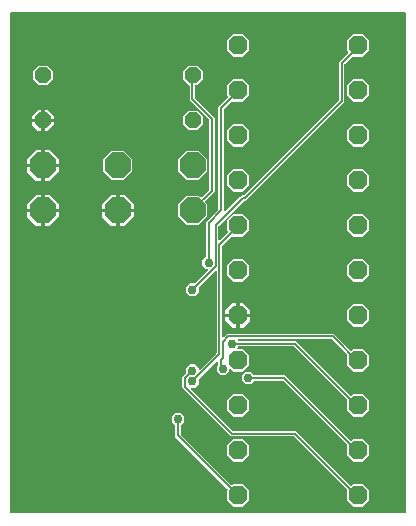
<source format=gbr>
G04 EAGLE Gerber X2 export*
%TF.Part,Single*%
%TF.FileFunction,Copper,L2,Bot,Mixed*%
%TF.FilePolarity,Positive*%
%TF.GenerationSoftware,Autodesk,EAGLE,8.6.0*%
%TF.CreationDate,2018-03-08T02:42:11Z*%
G75*
%MOMM*%
%FSLAX34Y34*%
%LPD*%
%AMOC8*
5,1,8,0,0,1.08239X$1,22.5*%
G01*
%ADD10P,2.336880X8X22.500000*%
%ADD11P,1.732040X8X22.500000*%
%ADD12P,1.429621X8X22.500000*%
%ADD13C,0.152400*%
%ADD14C,0.756400*%

G36*
X344698Y10164D02*
X344698Y10164D01*
X344717Y10162D01*
X344819Y10184D01*
X344921Y10200D01*
X344938Y10210D01*
X344958Y10214D01*
X345047Y10267D01*
X345138Y10316D01*
X345152Y10330D01*
X345169Y10340D01*
X345236Y10419D01*
X345308Y10494D01*
X345316Y10512D01*
X345329Y10527D01*
X345368Y10623D01*
X345411Y10717D01*
X345413Y10737D01*
X345421Y10755D01*
X345439Y10922D01*
X345439Y433578D01*
X345436Y433598D01*
X345438Y433617D01*
X345416Y433719D01*
X345400Y433821D01*
X345390Y433838D01*
X345386Y433858D01*
X345333Y433947D01*
X345284Y434038D01*
X345270Y434052D01*
X345260Y434069D01*
X345181Y434136D01*
X345106Y434208D01*
X345088Y434216D01*
X345073Y434229D01*
X344977Y434268D01*
X344883Y434311D01*
X344863Y434313D01*
X344845Y434321D01*
X344678Y434339D01*
X10922Y434339D01*
X10902Y434336D01*
X10883Y434338D01*
X10781Y434316D01*
X10679Y434300D01*
X10662Y434290D01*
X10642Y434286D01*
X10553Y434233D01*
X10462Y434184D01*
X10448Y434170D01*
X10431Y434160D01*
X10364Y434081D01*
X10292Y434006D01*
X10284Y433988D01*
X10271Y433973D01*
X10232Y433877D01*
X10189Y433783D01*
X10187Y433763D01*
X10179Y433745D01*
X10161Y433578D01*
X10161Y10922D01*
X10164Y10902D01*
X10162Y10883D01*
X10184Y10781D01*
X10200Y10679D01*
X10210Y10662D01*
X10214Y10642D01*
X10267Y10553D01*
X10316Y10462D01*
X10330Y10448D01*
X10340Y10431D01*
X10419Y10364D01*
X10494Y10292D01*
X10512Y10284D01*
X10527Y10271D01*
X10623Y10232D01*
X10717Y10189D01*
X10737Y10187D01*
X10755Y10179D01*
X10922Y10161D01*
X344678Y10161D01*
X344698Y10164D01*
G37*
%LPC*%
G36*
X300854Y15874D02*
X300854Y15874D01*
X295274Y21454D01*
X295274Y29346D01*
X295401Y29472D01*
X295413Y29489D01*
X295428Y29501D01*
X295484Y29588D01*
X295545Y29672D01*
X295550Y29691D01*
X295561Y29708D01*
X295587Y29808D01*
X295617Y29907D01*
X295616Y29927D01*
X295621Y29947D01*
X295613Y30050D01*
X295611Y30153D01*
X295604Y30172D01*
X295602Y30192D01*
X295562Y30287D01*
X295526Y30384D01*
X295514Y30400D01*
X295506Y30418D01*
X295401Y30549D01*
X250736Y75214D01*
X250662Y75267D01*
X250592Y75327D01*
X250562Y75339D01*
X250536Y75358D01*
X250449Y75385D01*
X250364Y75419D01*
X250323Y75423D01*
X250301Y75430D01*
X250269Y75429D01*
X250197Y75437D01*
X197173Y75437D01*
X156209Y116401D01*
X156209Y125915D01*
X157772Y127478D01*
X159062Y128768D01*
X159115Y128842D01*
X159175Y128912D01*
X159187Y128942D01*
X159206Y128968D01*
X159233Y129055D01*
X159267Y129140D01*
X159271Y129181D01*
X159278Y129203D01*
X159277Y129235D01*
X159285Y129306D01*
X159285Y133262D01*
X162394Y136371D01*
X166790Y136371D01*
X169899Y133262D01*
X169899Y132298D01*
X169910Y132228D01*
X169912Y132156D01*
X169930Y132107D01*
X169938Y132056D01*
X169972Y131992D01*
X169997Y131925D01*
X170029Y131884D01*
X170054Y131838D01*
X170106Y131789D01*
X170150Y131733D01*
X170194Y131705D01*
X170232Y131669D01*
X170297Y131639D01*
X170357Y131600D01*
X170408Y131587D01*
X170455Y131565D01*
X170526Y131557D01*
X170596Y131540D01*
X170648Y131544D01*
X170699Y131538D01*
X170770Y131553D01*
X170841Y131559D01*
X170889Y131579D01*
X170940Y131590D01*
X171001Y131627D01*
X171067Y131655D01*
X171123Y131700D01*
X171151Y131717D01*
X171166Y131734D01*
X171198Y131760D01*
X184942Y145504D01*
X184995Y145578D01*
X185055Y145648D01*
X185067Y145678D01*
X185086Y145704D01*
X185113Y145791D01*
X185147Y145876D01*
X185151Y145917D01*
X185158Y145939D01*
X185157Y145971D01*
X185165Y146043D01*
X185165Y215146D01*
X185154Y215216D01*
X185152Y215288D01*
X185134Y215337D01*
X185126Y215388D01*
X185092Y215452D01*
X185067Y215519D01*
X185035Y215560D01*
X185010Y215606D01*
X184958Y215655D01*
X184914Y215711D01*
X184870Y215739D01*
X184832Y215775D01*
X184767Y215805D01*
X184707Y215844D01*
X184656Y215857D01*
X184609Y215879D01*
X184538Y215887D01*
X184468Y215904D01*
X184416Y215900D01*
X184365Y215906D01*
X184294Y215891D01*
X184223Y215885D01*
X184175Y215865D01*
X184124Y215854D01*
X184063Y215817D01*
X183997Y215789D01*
X183941Y215744D01*
X183913Y215727D01*
X183898Y215710D01*
X183866Y215684D01*
X170122Y201940D01*
X170069Y201866D01*
X170009Y201796D01*
X169997Y201766D01*
X169978Y201740D01*
X169951Y201653D01*
X169917Y201568D01*
X169913Y201527D01*
X169906Y201505D01*
X169907Y201473D01*
X169899Y201401D01*
X169899Y197446D01*
X166790Y194337D01*
X162394Y194337D01*
X159285Y197446D01*
X159285Y201842D01*
X162394Y204951D01*
X166349Y204951D01*
X166440Y204965D01*
X166530Y204973D01*
X166560Y204985D01*
X166592Y204990D01*
X166673Y205033D01*
X166757Y205069D01*
X166789Y205095D01*
X166810Y205106D01*
X166832Y205129D01*
X166888Y205174D01*
X177612Y215898D01*
X177654Y215956D01*
X177703Y216008D01*
X177725Y216055D01*
X177755Y216097D01*
X177776Y216166D01*
X177807Y216231D01*
X177812Y216283D01*
X177828Y216333D01*
X177826Y216404D01*
X177834Y216475D01*
X177823Y216526D01*
X177821Y216578D01*
X177797Y216646D01*
X177782Y216716D01*
X177755Y216761D01*
X177737Y216809D01*
X177692Y216865D01*
X177655Y216927D01*
X177616Y216961D01*
X177583Y217001D01*
X177523Y217040D01*
X177468Y217087D01*
X177420Y217106D01*
X177376Y217134D01*
X177307Y217152D01*
X177240Y217179D01*
X177169Y217187D01*
X177138Y217195D01*
X177114Y217193D01*
X177074Y217197D01*
X176110Y217197D01*
X173001Y220306D01*
X173001Y224702D01*
X175798Y227499D01*
X175851Y227573D01*
X175911Y227643D01*
X175923Y227673D01*
X175942Y227699D01*
X175969Y227786D01*
X176003Y227871D01*
X176007Y227912D01*
X176014Y227934D01*
X176013Y227966D01*
X176021Y228037D01*
X176021Y256979D01*
X186466Y267424D01*
X186519Y267498D01*
X186579Y267568D01*
X186591Y267598D01*
X186610Y267624D01*
X186637Y267711D01*
X186671Y267796D01*
X186675Y267837D01*
X186682Y267859D01*
X186681Y267891D01*
X186689Y267963D01*
X186689Y354515D01*
X194563Y362389D01*
X194575Y362405D01*
X194590Y362418D01*
X194646Y362505D01*
X194707Y362589D01*
X194712Y362608D01*
X194723Y362625D01*
X194749Y362725D01*
X194779Y362824D01*
X194778Y362844D01*
X194783Y362863D01*
X194775Y362966D01*
X194773Y363070D01*
X194766Y363088D01*
X194764Y363108D01*
X194724Y363203D01*
X194688Y363301D01*
X194676Y363316D01*
X194668Y363335D01*
X194563Y363466D01*
X193674Y364354D01*
X193674Y372246D01*
X199254Y377826D01*
X207146Y377826D01*
X212726Y372246D01*
X212726Y364354D01*
X207146Y358774D01*
X199254Y358774D01*
X198874Y359155D01*
X198857Y359167D01*
X198845Y359182D01*
X198758Y359238D01*
X198674Y359299D01*
X198655Y359304D01*
X198638Y359315D01*
X198538Y359341D01*
X198439Y359371D01*
X198419Y359370D01*
X198399Y359375D01*
X198297Y359367D01*
X198193Y359365D01*
X198174Y359358D01*
X198154Y359356D01*
X198059Y359316D01*
X197962Y359280D01*
X197946Y359268D01*
X197928Y359260D01*
X197797Y359155D01*
X191486Y352844D01*
X191433Y352770D01*
X191373Y352700D01*
X191361Y352670D01*
X191342Y352644D01*
X191315Y352557D01*
X191281Y352472D01*
X191277Y352431D01*
X191270Y352409D01*
X191271Y352377D01*
X191263Y352305D01*
X191263Y266438D01*
X191274Y266368D01*
X191276Y266296D01*
X191294Y266247D01*
X191302Y266196D01*
X191336Y266132D01*
X191361Y266065D01*
X191393Y266024D01*
X191418Y265978D01*
X191470Y265929D01*
X191514Y265873D01*
X191558Y265845D01*
X191596Y265809D01*
X191661Y265779D01*
X191721Y265740D01*
X191772Y265727D01*
X191819Y265705D01*
X191890Y265697D01*
X191960Y265680D01*
X192012Y265684D01*
X192063Y265678D01*
X192134Y265693D01*
X192205Y265699D01*
X192253Y265719D01*
X192304Y265730D01*
X192365Y265767D01*
X192431Y265795D01*
X192487Y265840D01*
X192515Y265857D01*
X192530Y265874D01*
X192562Y265900D01*
X204754Y278092D01*
X206317Y279655D01*
X207525Y279655D01*
X207616Y279669D01*
X207706Y279677D01*
X207736Y279689D01*
X207768Y279694D01*
X207849Y279737D01*
X207933Y279773D01*
X207965Y279799D01*
X207986Y279810D01*
X208008Y279833D01*
X208064Y279878D01*
X288574Y360388D01*
X288627Y360462D01*
X288687Y360532D01*
X288699Y360562D01*
X288718Y360588D01*
X288745Y360675D01*
X288779Y360760D01*
X288783Y360801D01*
X288790Y360823D01*
X288789Y360855D01*
X288797Y360927D01*
X288797Y392615D01*
X296417Y400235D01*
X296429Y400251D01*
X296444Y400264D01*
X296500Y400351D01*
X296561Y400435D01*
X296566Y400454D01*
X296577Y400471D01*
X296603Y400571D01*
X296633Y400670D01*
X296632Y400690D01*
X296637Y400709D01*
X296629Y400812D01*
X296627Y400916D01*
X296620Y400934D01*
X296618Y400954D01*
X296578Y401049D01*
X296542Y401147D01*
X296530Y401162D01*
X296522Y401181D01*
X296417Y401312D01*
X295274Y402454D01*
X295274Y410346D01*
X300854Y415926D01*
X308746Y415926D01*
X314326Y410346D01*
X314326Y402454D01*
X308746Y396874D01*
X300854Y396874D01*
X300728Y397001D01*
X300711Y397013D01*
X300699Y397028D01*
X300612Y397084D01*
X300528Y397145D01*
X300509Y397150D01*
X300492Y397161D01*
X300392Y397187D01*
X300293Y397217D01*
X300273Y397216D01*
X300253Y397221D01*
X300150Y397213D01*
X300047Y397211D01*
X300028Y397204D01*
X300008Y397202D01*
X299913Y397162D01*
X299816Y397126D01*
X299800Y397114D01*
X299782Y397106D01*
X299651Y397001D01*
X293594Y390944D01*
X293541Y390870D01*
X293481Y390800D01*
X293469Y390770D01*
X293450Y390744D01*
X293423Y390657D01*
X293389Y390572D01*
X293385Y390531D01*
X293378Y390509D01*
X293379Y390477D01*
X293371Y390405D01*
X293371Y358717D01*
X209735Y275081D01*
X208527Y275081D01*
X208436Y275067D01*
X208346Y275059D01*
X208316Y275047D01*
X208284Y275042D01*
X208203Y274999D01*
X208119Y274963D01*
X208087Y274937D01*
X208066Y274926D01*
X208061Y274921D01*
X208043Y274902D01*
X207988Y274858D01*
X186914Y253784D01*
X186861Y253710D01*
X186801Y253640D01*
X186789Y253610D01*
X186770Y253584D01*
X186743Y253497D01*
X186709Y253412D01*
X186705Y253371D01*
X186698Y253349D01*
X186699Y253317D01*
X186691Y253245D01*
X186691Y242054D01*
X186702Y241984D01*
X186704Y241912D01*
X186722Y241863D01*
X186730Y241812D01*
X186764Y241748D01*
X186789Y241681D01*
X186821Y241640D01*
X186846Y241594D01*
X186898Y241545D01*
X186942Y241489D01*
X186986Y241461D01*
X187024Y241425D01*
X187089Y241395D01*
X187149Y241356D01*
X187200Y241343D01*
X187247Y241321D01*
X187318Y241313D01*
X187388Y241296D01*
X187440Y241300D01*
X187491Y241294D01*
X187562Y241309D01*
X187633Y241315D01*
X187681Y241335D01*
X187732Y241346D01*
X187793Y241383D01*
X187859Y241411D01*
X187915Y241456D01*
X187943Y241473D01*
X187958Y241490D01*
X187990Y241516D01*
X194563Y248089D01*
X194575Y248105D01*
X194590Y248118D01*
X194646Y248205D01*
X194707Y248289D01*
X194712Y248308D01*
X194723Y248325D01*
X194749Y248425D01*
X194779Y248524D01*
X194778Y248544D01*
X194783Y248563D01*
X194775Y248666D01*
X194773Y248770D01*
X194766Y248788D01*
X194764Y248808D01*
X194724Y248903D01*
X194688Y249001D01*
X194676Y249016D01*
X194668Y249035D01*
X194563Y249166D01*
X193674Y250054D01*
X193674Y257946D01*
X199254Y263526D01*
X207146Y263526D01*
X212726Y257946D01*
X212726Y250054D01*
X207146Y244474D01*
X199254Y244474D01*
X198874Y244855D01*
X198857Y244867D01*
X198845Y244882D01*
X198758Y244938D01*
X198674Y244999D01*
X198655Y245004D01*
X198638Y245015D01*
X198538Y245041D01*
X198439Y245071D01*
X198419Y245070D01*
X198399Y245075D01*
X198297Y245067D01*
X198193Y245065D01*
X198174Y245058D01*
X198154Y245056D01*
X198059Y245016D01*
X197962Y244980D01*
X197946Y244968D01*
X197928Y244960D01*
X197797Y244855D01*
X189962Y237020D01*
X189909Y236946D01*
X189849Y236876D01*
X189837Y236846D01*
X189818Y236820D01*
X189791Y236733D01*
X189757Y236648D01*
X189753Y236607D01*
X189746Y236585D01*
X189747Y236553D01*
X189739Y236481D01*
X189739Y159758D01*
X189750Y159688D01*
X189752Y159616D01*
X189770Y159567D01*
X189778Y159516D01*
X189812Y159452D01*
X189837Y159385D01*
X189869Y159344D01*
X189894Y159298D01*
X189946Y159249D01*
X189990Y159193D01*
X190034Y159165D01*
X190072Y159129D01*
X190137Y159099D01*
X190197Y159060D01*
X190248Y159047D01*
X190295Y159025D01*
X190366Y159017D01*
X190436Y159000D01*
X190488Y159004D01*
X190539Y158998D01*
X190610Y159013D01*
X190681Y159019D01*
X190729Y159039D01*
X190780Y159050D01*
X190841Y159087D01*
X190907Y159115D01*
X190963Y159160D01*
X190991Y159177D01*
X191006Y159194D01*
X191038Y159220D01*
X192562Y160744D01*
X194125Y162307D01*
X284411Y162307D01*
X298635Y148083D01*
X298651Y148071D01*
X298664Y148056D01*
X298751Y148000D01*
X298835Y147939D01*
X298854Y147934D01*
X298871Y147923D01*
X298971Y147897D01*
X299070Y147867D01*
X299090Y147868D01*
X299109Y147863D01*
X299212Y147871D01*
X299316Y147873D01*
X299334Y147880D01*
X299354Y147882D01*
X299449Y147922D01*
X299547Y147958D01*
X299562Y147970D01*
X299581Y147978D01*
X299712Y148083D01*
X300854Y149226D01*
X308746Y149226D01*
X314326Y143646D01*
X314326Y135754D01*
X308746Y130174D01*
X300854Y130174D01*
X295274Y135754D01*
X295274Y143646D01*
X295401Y143772D01*
X295413Y143789D01*
X295428Y143801D01*
X295484Y143888D01*
X295545Y143972D01*
X295550Y143991D01*
X295561Y144008D01*
X295587Y144108D01*
X295617Y144207D01*
X295616Y144227D01*
X295621Y144247D01*
X295613Y144350D01*
X295611Y144453D01*
X295604Y144472D01*
X295602Y144492D01*
X295562Y144587D01*
X295526Y144684D01*
X295514Y144700D01*
X295506Y144718D01*
X295401Y144849D01*
X282740Y157510D01*
X282666Y157563D01*
X282596Y157623D01*
X282566Y157635D01*
X282540Y157654D01*
X282453Y157681D01*
X282368Y157715D01*
X282327Y157719D01*
X282305Y157726D01*
X282273Y157725D01*
X282201Y157733D01*
X203653Y157733D01*
X203584Y157722D01*
X203513Y157720D01*
X203463Y157702D01*
X203411Y157694D01*
X203348Y157661D01*
X203282Y157636D01*
X203240Y157603D01*
X203193Y157578D01*
X203145Y157527D01*
X203089Y157483D01*
X203060Y157439D01*
X203024Y157400D01*
X202994Y157336D01*
X202956Y157277D01*
X202943Y157225D01*
X202920Y157177D01*
X202912Y157107D01*
X202895Y157038D01*
X202899Y156985D01*
X202893Y156933D01*
X202908Y156863D01*
X202913Y156793D01*
X202934Y156744D01*
X202945Y156692D01*
X202982Y156632D01*
X203009Y156566D01*
X203044Y156527D01*
X203072Y156481D01*
X203125Y156435D01*
X203172Y156382D01*
X203234Y156342D01*
X203259Y156321D01*
X203280Y156313D01*
X203313Y156291D01*
X203401Y156264D01*
X203487Y156229D01*
X203526Y156225D01*
X203548Y156218D01*
X203580Y156219D01*
X203653Y156211D01*
X252407Y156211D01*
X298635Y109983D01*
X298651Y109971D01*
X298664Y109956D01*
X298751Y109900D01*
X298835Y109839D01*
X298854Y109834D01*
X298870Y109823D01*
X298971Y109797D01*
X299070Y109767D01*
X299090Y109768D01*
X299109Y109763D01*
X299212Y109771D01*
X299316Y109773D01*
X299334Y109780D01*
X299354Y109782D01*
X299449Y109822D01*
X299547Y109858D01*
X299562Y109870D01*
X299581Y109878D01*
X299712Y109983D01*
X300854Y111126D01*
X308746Y111126D01*
X314326Y105546D01*
X314326Y97654D01*
X308746Y92074D01*
X300854Y92074D01*
X295274Y97654D01*
X295274Y105546D01*
X295401Y105672D01*
X295413Y105689D01*
X295428Y105701D01*
X295484Y105788D01*
X295545Y105872D01*
X295550Y105891D01*
X295561Y105908D01*
X295587Y106009D01*
X295617Y106107D01*
X295616Y106127D01*
X295621Y106147D01*
X295613Y106250D01*
X295611Y106353D01*
X295604Y106372D01*
X295602Y106392D01*
X295562Y106487D01*
X295526Y106584D01*
X295514Y106600D01*
X295506Y106618D01*
X295401Y106749D01*
X250736Y151414D01*
X250662Y151467D01*
X250592Y151527D01*
X250562Y151539D01*
X250536Y151558D01*
X250449Y151585D01*
X250364Y151619D01*
X250323Y151623D01*
X250301Y151630D01*
X250269Y151629D01*
X250197Y151637D01*
X203653Y151637D01*
X203564Y151623D01*
X203472Y151615D01*
X203443Y151603D01*
X203411Y151598D01*
X203330Y151555D01*
X203246Y151519D01*
X203214Y151493D01*
X203193Y151482D01*
X203171Y151459D01*
X203115Y151414D01*
X202226Y150525D01*
X202184Y150467D01*
X202135Y150415D01*
X202113Y150368D01*
X202083Y150326D01*
X202061Y150257D01*
X202031Y150192D01*
X202026Y150140D01*
X202010Y150090D01*
X202012Y150019D01*
X202004Y149948D01*
X202015Y149897D01*
X202017Y149845D01*
X202041Y149777D01*
X202056Y149707D01*
X202083Y149662D01*
X202101Y149614D01*
X202146Y149558D01*
X202183Y149496D01*
X202222Y149462D01*
X202255Y149422D01*
X202315Y149383D01*
X202370Y149336D01*
X202418Y149317D01*
X202462Y149289D01*
X202531Y149271D01*
X202598Y149244D01*
X202669Y149236D01*
X202700Y149228D01*
X202723Y149230D01*
X202764Y149226D01*
X207146Y149226D01*
X212726Y143646D01*
X212726Y135754D01*
X207146Y130174D01*
X199254Y130174D01*
X197106Y132322D01*
X197048Y132364D01*
X196996Y132414D01*
X196949Y132435D01*
X196907Y132466D01*
X196838Y132487D01*
X196773Y132517D01*
X196721Y132523D01*
X196671Y132538D01*
X196600Y132536D01*
X196529Y132544D01*
X196478Y132533D01*
X196426Y132532D01*
X196358Y132507D01*
X196288Y132492D01*
X196243Y132465D01*
X196195Y132447D01*
X196139Y132403D01*
X196077Y132366D01*
X196043Y132326D01*
X196003Y132294D01*
X195964Y132233D01*
X195917Y132179D01*
X195898Y132131D01*
X195870Y132087D01*
X195852Y132017D01*
X195825Y131951D01*
X195817Y131879D01*
X195809Y131848D01*
X195811Y131825D01*
X195807Y131784D01*
X195807Y130390D01*
X192698Y127281D01*
X188302Y127281D01*
X185193Y130390D01*
X185193Y134786D01*
X186466Y136059D01*
X186519Y136133D01*
X186579Y136203D01*
X186591Y136233D01*
X186610Y136259D01*
X186637Y136346D01*
X186671Y136431D01*
X186675Y136472D01*
X186682Y136494D01*
X186681Y136526D01*
X186689Y136597D01*
X186689Y138946D01*
X186678Y139016D01*
X186676Y139088D01*
X186658Y139137D01*
X186650Y139188D01*
X186616Y139252D01*
X186591Y139319D01*
X186559Y139360D01*
X186534Y139406D01*
X186482Y139455D01*
X186438Y139511D01*
X186394Y139539D01*
X186356Y139575D01*
X186291Y139605D01*
X186231Y139644D01*
X186180Y139657D01*
X186133Y139679D01*
X186062Y139687D01*
X185992Y139704D01*
X185940Y139700D01*
X185889Y139706D01*
X185818Y139691D01*
X185747Y139685D01*
X185699Y139665D01*
X185648Y139654D01*
X185587Y139617D01*
X185521Y139589D01*
X185465Y139544D01*
X185437Y139527D01*
X185422Y139510D01*
X185390Y139484D01*
X170122Y124216D01*
X170069Y124142D01*
X170009Y124072D01*
X169997Y124042D01*
X169978Y124016D01*
X169951Y123929D01*
X169917Y123844D01*
X169913Y123803D01*
X169906Y123781D01*
X169907Y123749D01*
X169899Y123677D01*
X169899Y119722D01*
X166790Y116613D01*
X164302Y116613D01*
X164232Y116602D01*
X164160Y116600D01*
X164111Y116582D01*
X164060Y116574D01*
X163996Y116540D01*
X163929Y116515D01*
X163888Y116483D01*
X163842Y116458D01*
X163793Y116406D01*
X163737Y116362D01*
X163709Y116318D01*
X163673Y116280D01*
X163643Y116215D01*
X163604Y116155D01*
X163591Y116104D01*
X163569Y116057D01*
X163561Y115986D01*
X163544Y115916D01*
X163548Y115864D01*
X163542Y115813D01*
X163557Y115742D01*
X163563Y115671D01*
X163583Y115623D01*
X163594Y115572D01*
X163631Y115511D01*
X163659Y115445D01*
X163704Y115389D01*
X163721Y115361D01*
X163738Y115346D01*
X163764Y115314D01*
X198844Y80234D01*
X198918Y80181D01*
X198988Y80121D01*
X199018Y80109D01*
X199044Y80090D01*
X199131Y80063D01*
X199216Y80029D01*
X199257Y80025D01*
X199279Y80018D01*
X199311Y80019D01*
X199383Y80011D01*
X252407Y80011D01*
X298635Y33783D01*
X298651Y33771D01*
X298664Y33756D01*
X298751Y33700D01*
X298835Y33639D01*
X298854Y33634D01*
X298871Y33623D01*
X298971Y33597D01*
X299070Y33567D01*
X299090Y33568D01*
X299109Y33563D01*
X299212Y33571D01*
X299316Y33573D01*
X299334Y33580D01*
X299354Y33582D01*
X299449Y33622D01*
X299547Y33658D01*
X299562Y33670D01*
X299581Y33678D01*
X299712Y33783D01*
X300854Y34926D01*
X308746Y34926D01*
X314326Y29346D01*
X314326Y21454D01*
X308746Y15874D01*
X300854Y15874D01*
G37*
%LPD*%
%LPC*%
G36*
X159997Y254380D02*
X159997Y254380D01*
X152780Y261597D01*
X152780Y271803D01*
X159997Y279020D01*
X170203Y279020D01*
X171402Y277821D01*
X171418Y277809D01*
X171431Y277793D01*
X171518Y277737D01*
X171602Y277677D01*
X171621Y277671D01*
X171638Y277660D01*
X171738Y277635D01*
X171837Y277605D01*
X171857Y277605D01*
X171876Y277600D01*
X171979Y277608D01*
X172083Y277611D01*
X172102Y277618D01*
X172121Y277619D01*
X172216Y277660D01*
X172314Y277696D01*
X172330Y277708D01*
X172348Y277716D01*
X172479Y277821D01*
X178846Y284188D01*
X178899Y284262D01*
X178959Y284332D01*
X178971Y284362D01*
X178990Y284388D01*
X179017Y284475D01*
X179051Y284560D01*
X179055Y284601D01*
X179062Y284623D01*
X179061Y284655D01*
X179069Y284727D01*
X179069Y343161D01*
X179055Y343252D01*
X179047Y343342D01*
X179035Y343372D01*
X179030Y343404D01*
X178987Y343485D01*
X178951Y343569D01*
X178925Y343601D01*
X178914Y343622D01*
X178891Y343644D01*
X178846Y343700D01*
X162305Y360241D01*
X162305Y372110D01*
X162302Y372130D01*
X162304Y372149D01*
X162282Y372251D01*
X162266Y372353D01*
X162256Y372370D01*
X162252Y372390D01*
X162199Y372479D01*
X162150Y372570D01*
X162136Y372584D01*
X162126Y372601D01*
X162047Y372668D01*
X161972Y372740D01*
X161954Y372748D01*
X161939Y372761D01*
X161843Y372800D01*
X161772Y372833D01*
X156971Y377633D01*
X156971Y384367D01*
X161733Y389129D01*
X168467Y389129D01*
X173229Y384367D01*
X173229Y377633D01*
X168467Y372871D01*
X167640Y372871D01*
X167620Y372868D01*
X167601Y372870D01*
X167499Y372848D01*
X167397Y372832D01*
X167380Y372822D01*
X167360Y372818D01*
X167271Y372765D01*
X167180Y372716D01*
X167166Y372702D01*
X167149Y372692D01*
X167082Y372613D01*
X167010Y372538D01*
X167002Y372520D01*
X166989Y372505D01*
X166950Y372409D01*
X166907Y372315D01*
X166905Y372295D01*
X166897Y372277D01*
X166879Y372110D01*
X166879Y362451D01*
X166893Y362360D01*
X166901Y362270D01*
X166913Y362240D01*
X166918Y362208D01*
X166961Y362127D01*
X166997Y362043D01*
X167023Y362011D01*
X167034Y361990D01*
X167057Y361968D01*
X167102Y361912D01*
X183643Y345371D01*
X183643Y282517D01*
X175713Y274587D01*
X175701Y274571D01*
X175685Y274558D01*
X175629Y274471D01*
X175569Y274387D01*
X175563Y274368D01*
X175552Y274351D01*
X175527Y274251D01*
X175497Y274152D01*
X175497Y274132D01*
X175492Y274113D01*
X175500Y274010D01*
X175503Y273906D01*
X175510Y273887D01*
X175511Y273867D01*
X175552Y273773D01*
X175588Y273675D01*
X175600Y273659D01*
X175608Y273641D01*
X175713Y273510D01*
X177420Y271803D01*
X177420Y261597D01*
X170203Y254380D01*
X159997Y254380D01*
G37*
%LPD*%
%LPC*%
G36*
X300854Y53974D02*
X300854Y53974D01*
X295274Y59554D01*
X295274Y67446D01*
X295401Y67572D01*
X295413Y67589D01*
X295428Y67601D01*
X295484Y67688D01*
X295545Y67772D01*
X295550Y67791D01*
X295561Y67808D01*
X295587Y67908D01*
X295617Y68007D01*
X295616Y68027D01*
X295621Y68047D01*
X295613Y68150D01*
X295611Y68253D01*
X295604Y68272D01*
X295602Y68292D01*
X295562Y68387D01*
X295526Y68484D01*
X295514Y68500D01*
X295506Y68518D01*
X295401Y68649D01*
X241592Y122458D01*
X241518Y122511D01*
X241448Y122571D01*
X241418Y122583D01*
X241392Y122602D01*
X241305Y122629D01*
X241220Y122663D01*
X241179Y122667D01*
X241157Y122674D01*
X241125Y122673D01*
X241053Y122681D01*
X217369Y122681D01*
X217279Y122667D01*
X217188Y122659D01*
X217159Y122647D01*
X217127Y122642D01*
X217046Y122599D01*
X216962Y122563D01*
X216930Y122537D01*
X216909Y122526D01*
X216887Y122503D01*
X216831Y122458D01*
X214034Y119661D01*
X209638Y119661D01*
X206529Y122770D01*
X206529Y127166D01*
X209638Y130275D01*
X214034Y130275D01*
X216831Y127478D01*
X216905Y127425D01*
X216975Y127365D01*
X217005Y127353D01*
X217031Y127334D01*
X217118Y127307D01*
X217203Y127273D01*
X217244Y127269D01*
X217266Y127262D01*
X217298Y127263D01*
X217369Y127255D01*
X243263Y127255D01*
X298635Y71883D01*
X298651Y71871D01*
X298664Y71856D01*
X298751Y71800D01*
X298835Y71739D01*
X298854Y71734D01*
X298871Y71723D01*
X298971Y71697D01*
X299070Y71667D01*
X299090Y71668D01*
X299109Y71663D01*
X299212Y71671D01*
X299316Y71673D01*
X299334Y71680D01*
X299354Y71682D01*
X299449Y71722D01*
X299547Y71758D01*
X299562Y71770D01*
X299581Y71778D01*
X299712Y71883D01*
X300854Y73026D01*
X308746Y73026D01*
X314326Y67446D01*
X314326Y59554D01*
X308746Y53974D01*
X300854Y53974D01*
G37*
%LPD*%
%LPC*%
G36*
X199254Y15874D02*
X199254Y15874D01*
X193674Y21454D01*
X193674Y29346D01*
X194309Y29980D01*
X194321Y29997D01*
X194336Y30009D01*
X194392Y30096D01*
X194453Y30180D01*
X194458Y30199D01*
X194469Y30216D01*
X194495Y30316D01*
X194525Y30415D01*
X194524Y30435D01*
X194529Y30455D01*
X194521Y30557D01*
X194519Y30661D01*
X194512Y30680D01*
X194510Y30700D01*
X194470Y30795D01*
X194434Y30892D01*
X194422Y30908D01*
X194414Y30926D01*
X194309Y31057D01*
X150113Y75253D01*
X150113Y84383D01*
X150099Y84473D01*
X150091Y84564D01*
X150079Y84593D01*
X150074Y84625D01*
X150031Y84706D01*
X149995Y84790D01*
X149969Y84822D01*
X149958Y84843D01*
X149935Y84865D01*
X149890Y84921D01*
X147093Y87718D01*
X147093Y92114D01*
X150202Y95223D01*
X154598Y95223D01*
X157707Y92114D01*
X157707Y87718D01*
X154910Y84921D01*
X154857Y84847D01*
X154797Y84777D01*
X154785Y84747D01*
X154766Y84721D01*
X154739Y84634D01*
X154705Y84549D01*
X154701Y84508D01*
X154694Y84486D01*
X154695Y84454D01*
X154687Y84383D01*
X154687Y77463D01*
X154701Y77372D01*
X154709Y77282D01*
X154721Y77252D01*
X154726Y77220D01*
X154769Y77139D01*
X154805Y77055D01*
X154831Y77023D01*
X154842Y77002D01*
X154865Y76980D01*
X154910Y76924D01*
X197543Y34291D01*
X197559Y34279D01*
X197572Y34264D01*
X197659Y34208D01*
X197743Y34147D01*
X197762Y34142D01*
X197779Y34131D01*
X197879Y34105D01*
X197978Y34075D01*
X197998Y34076D01*
X198017Y34071D01*
X198120Y34079D01*
X198224Y34081D01*
X198242Y34088D01*
X198262Y34090D01*
X198357Y34130D01*
X198455Y34166D01*
X198470Y34178D01*
X198489Y34186D01*
X198620Y34291D01*
X199254Y34926D01*
X207146Y34926D01*
X212726Y29346D01*
X212726Y21454D01*
X207146Y15874D01*
X199254Y15874D01*
G37*
%LPD*%
%LPC*%
G36*
X159997Y292480D02*
X159997Y292480D01*
X152780Y299697D01*
X152780Y309903D01*
X159997Y317120D01*
X170203Y317120D01*
X177420Y309903D01*
X177420Y299697D01*
X170203Y292480D01*
X159997Y292480D01*
G37*
%LPD*%
%LPC*%
G36*
X96497Y292480D02*
X96497Y292480D01*
X89280Y299697D01*
X89280Y309903D01*
X96497Y317120D01*
X106703Y317120D01*
X113920Y309903D01*
X113920Y299697D01*
X106703Y292480D01*
X96497Y292480D01*
G37*
%LPD*%
%LPC*%
G36*
X199254Y396874D02*
X199254Y396874D01*
X193674Y402454D01*
X193674Y410346D01*
X199254Y415926D01*
X207146Y415926D01*
X212726Y410346D01*
X212726Y402454D01*
X207146Y396874D01*
X199254Y396874D01*
G37*
%LPD*%
%LPC*%
G36*
X300854Y168274D02*
X300854Y168274D01*
X295274Y173854D01*
X295274Y181746D01*
X300854Y187326D01*
X308746Y187326D01*
X314326Y181746D01*
X314326Y173854D01*
X308746Y168274D01*
X300854Y168274D01*
G37*
%LPD*%
%LPC*%
G36*
X300854Y358774D02*
X300854Y358774D01*
X295274Y364354D01*
X295274Y372246D01*
X300854Y377826D01*
X308746Y377826D01*
X314326Y372246D01*
X314326Y364354D01*
X308746Y358774D01*
X300854Y358774D01*
G37*
%LPD*%
%LPC*%
G36*
X199254Y92074D02*
X199254Y92074D01*
X193674Y97654D01*
X193674Y105546D01*
X199254Y111126D01*
X207146Y111126D01*
X212726Y105546D01*
X212726Y97654D01*
X207146Y92074D01*
X199254Y92074D01*
G37*
%LPD*%
%LPC*%
G36*
X199254Y282574D02*
X199254Y282574D01*
X193674Y288154D01*
X193674Y296046D01*
X199254Y301626D01*
X207146Y301626D01*
X212726Y296046D01*
X212726Y288154D01*
X207146Y282574D01*
X199254Y282574D01*
G37*
%LPD*%
%LPC*%
G36*
X300854Y282574D02*
X300854Y282574D01*
X295274Y288154D01*
X295274Y296046D01*
X300854Y301626D01*
X308746Y301626D01*
X314326Y296046D01*
X314326Y288154D01*
X308746Y282574D01*
X300854Y282574D01*
G37*
%LPD*%
%LPC*%
G36*
X199254Y53974D02*
X199254Y53974D01*
X193674Y59554D01*
X193674Y67446D01*
X199254Y73026D01*
X207146Y73026D01*
X212726Y67446D01*
X212726Y59554D01*
X207146Y53974D01*
X199254Y53974D01*
G37*
%LPD*%
%LPC*%
G36*
X300854Y244474D02*
X300854Y244474D01*
X295274Y250054D01*
X295274Y257946D01*
X300854Y263526D01*
X308746Y263526D01*
X314326Y257946D01*
X314326Y250054D01*
X308746Y244474D01*
X300854Y244474D01*
G37*
%LPD*%
%LPC*%
G36*
X300854Y206374D02*
X300854Y206374D01*
X295274Y211954D01*
X295274Y219846D01*
X300854Y225426D01*
X308746Y225426D01*
X314326Y219846D01*
X314326Y211954D01*
X308746Y206374D01*
X300854Y206374D01*
G37*
%LPD*%
%LPC*%
G36*
X300854Y320674D02*
X300854Y320674D01*
X295274Y326254D01*
X295274Y334146D01*
X300854Y339726D01*
X308746Y339726D01*
X314326Y334146D01*
X314326Y326254D01*
X308746Y320674D01*
X300854Y320674D01*
G37*
%LPD*%
%LPC*%
G36*
X199254Y320674D02*
X199254Y320674D01*
X193674Y326254D01*
X193674Y334146D01*
X199254Y339726D01*
X207146Y339726D01*
X212726Y334146D01*
X212726Y326254D01*
X207146Y320674D01*
X199254Y320674D01*
G37*
%LPD*%
%LPC*%
G36*
X199254Y206374D02*
X199254Y206374D01*
X193674Y211954D01*
X193674Y219846D01*
X199254Y225426D01*
X207146Y225426D01*
X212726Y219846D01*
X212726Y211954D01*
X207146Y206374D01*
X199254Y206374D01*
G37*
%LPD*%
%LPC*%
G36*
X34733Y372871D02*
X34733Y372871D01*
X29971Y377633D01*
X29971Y384367D01*
X34733Y389129D01*
X41467Y389129D01*
X46229Y384367D01*
X46229Y377633D01*
X41467Y372871D01*
X34733Y372871D01*
G37*
%LPD*%
%LPC*%
G36*
X161733Y334771D02*
X161733Y334771D01*
X156971Y339533D01*
X156971Y346267D01*
X161733Y351029D01*
X168467Y351029D01*
X173229Y346267D01*
X173229Y339533D01*
X168467Y334771D01*
X161733Y334771D01*
G37*
%LPD*%
%LPC*%
G36*
X39623Y306323D02*
X39623Y306323D01*
X39623Y318136D01*
X43624Y318136D01*
X51436Y310324D01*
X51436Y306323D01*
X39623Y306323D01*
G37*
%LPD*%
%LPC*%
G36*
X103123Y268223D02*
X103123Y268223D01*
X103123Y280036D01*
X107124Y280036D01*
X114936Y272224D01*
X114936Y268223D01*
X103123Y268223D01*
G37*
%LPD*%
%LPC*%
G36*
X39623Y268223D02*
X39623Y268223D01*
X39623Y280036D01*
X43624Y280036D01*
X51436Y272224D01*
X51436Y268223D01*
X39623Y268223D01*
G37*
%LPD*%
%LPC*%
G36*
X24764Y306323D02*
X24764Y306323D01*
X24764Y310324D01*
X32576Y318136D01*
X36577Y318136D01*
X36577Y306323D01*
X24764Y306323D01*
G37*
%LPD*%
%LPC*%
G36*
X24764Y268223D02*
X24764Y268223D01*
X24764Y272224D01*
X32576Y280036D01*
X36577Y280036D01*
X36577Y268223D01*
X24764Y268223D01*
G37*
%LPD*%
%LPC*%
G36*
X103123Y253364D02*
X103123Y253364D01*
X103123Y265177D01*
X114936Y265177D01*
X114936Y261176D01*
X107124Y253364D01*
X103123Y253364D01*
G37*
%LPD*%
%LPC*%
G36*
X39623Y253364D02*
X39623Y253364D01*
X39623Y265177D01*
X51436Y265177D01*
X51436Y261176D01*
X43624Y253364D01*
X39623Y253364D01*
G37*
%LPD*%
%LPC*%
G36*
X88264Y268223D02*
X88264Y268223D01*
X88264Y272224D01*
X96076Y280036D01*
X100077Y280036D01*
X100077Y268223D01*
X88264Y268223D01*
G37*
%LPD*%
%LPC*%
G36*
X39623Y291464D02*
X39623Y291464D01*
X39623Y303277D01*
X51436Y303277D01*
X51436Y299276D01*
X43624Y291464D01*
X39623Y291464D01*
G37*
%LPD*%
%LPC*%
G36*
X96076Y253364D02*
X96076Y253364D01*
X88264Y261176D01*
X88264Y265177D01*
X100077Y265177D01*
X100077Y253364D01*
X96076Y253364D01*
G37*
%LPD*%
%LPC*%
G36*
X32576Y253364D02*
X32576Y253364D01*
X24764Y261176D01*
X24764Y265177D01*
X36577Y265177D01*
X36577Y253364D01*
X32576Y253364D01*
G37*
%LPD*%
%LPC*%
G36*
X32576Y291464D02*
X32576Y291464D01*
X24764Y299276D01*
X24764Y303277D01*
X36577Y303277D01*
X36577Y291464D01*
X32576Y291464D01*
G37*
%LPD*%
%LPC*%
G36*
X204723Y179323D02*
X204723Y179323D01*
X204723Y188342D01*
X207567Y188342D01*
X213742Y182167D01*
X213742Y179323D01*
X204723Y179323D01*
G37*
%LPD*%
%LPC*%
G36*
X192658Y179323D02*
X192658Y179323D01*
X192658Y182167D01*
X198833Y188342D01*
X201677Y188342D01*
X201677Y179323D01*
X192658Y179323D01*
G37*
%LPD*%
%LPC*%
G36*
X204723Y167258D02*
X204723Y167258D01*
X204723Y176277D01*
X213742Y176277D01*
X213742Y173433D01*
X207567Y167258D01*
X204723Y167258D01*
G37*
%LPD*%
%LPC*%
G36*
X198833Y167258D02*
X198833Y167258D01*
X192658Y173433D01*
X192658Y176277D01*
X201677Y176277D01*
X201677Y167258D01*
X198833Y167258D01*
G37*
%LPD*%
%LPC*%
G36*
X39623Y344423D02*
X39623Y344423D01*
X39623Y352045D01*
X41888Y352045D01*
X47245Y346688D01*
X47245Y344423D01*
X39623Y344423D01*
G37*
%LPD*%
%LPC*%
G36*
X28955Y344423D02*
X28955Y344423D01*
X28955Y346688D01*
X34312Y352045D01*
X36577Y352045D01*
X36577Y344423D01*
X28955Y344423D01*
G37*
%LPD*%
%LPC*%
G36*
X39623Y333755D02*
X39623Y333755D01*
X39623Y341377D01*
X47245Y341377D01*
X47245Y339112D01*
X41888Y333755D01*
X39623Y333755D01*
G37*
%LPD*%
%LPC*%
G36*
X34312Y333755D02*
X34312Y333755D01*
X28955Y339112D01*
X28955Y341377D01*
X36577Y341377D01*
X36577Y333755D01*
X34312Y333755D01*
G37*
%LPD*%
%LPC*%
G36*
X38099Y342899D02*
X38099Y342899D01*
X38099Y342901D01*
X38101Y342901D01*
X38101Y342899D01*
X38099Y342899D01*
G37*
%LPD*%
%LPC*%
G36*
X101599Y266699D02*
X101599Y266699D01*
X101599Y266701D01*
X101601Y266701D01*
X101601Y266699D01*
X101599Y266699D01*
G37*
%LPD*%
%LPC*%
G36*
X203199Y177799D02*
X203199Y177799D01*
X203199Y177801D01*
X203201Y177801D01*
X203201Y177799D01*
X203199Y177799D01*
G37*
%LPD*%
%LPC*%
G36*
X38099Y304799D02*
X38099Y304799D01*
X38099Y304801D01*
X38101Y304801D01*
X38101Y304799D01*
X38099Y304799D01*
G37*
%LPD*%
%LPC*%
G36*
X38099Y266699D02*
X38099Y266699D01*
X38099Y266701D01*
X38101Y266701D01*
X38101Y266699D01*
X38099Y266699D01*
G37*
%LPD*%
D10*
X38100Y304800D03*
X38100Y266700D03*
X165100Y304800D03*
X101600Y266700D03*
D11*
X304800Y406400D03*
X304800Y368300D03*
X203200Y177800D03*
X203200Y368300D03*
X203200Y330200D03*
X203200Y292100D03*
X203200Y406400D03*
D10*
X101600Y304800D03*
D11*
X304800Y101600D03*
X304800Y215900D03*
X304800Y63500D03*
D10*
X165100Y266700D03*
D11*
X304800Y177800D03*
X203200Y215900D03*
X304800Y25400D03*
X203200Y254000D03*
X304800Y139700D03*
X304800Y330200D03*
X203200Y63500D03*
X203200Y25400D03*
X304800Y292100D03*
X203200Y139700D03*
X203200Y101600D03*
X304800Y254000D03*
D12*
X38100Y342900D03*
X165100Y342900D03*
X38100Y381000D03*
X165100Y381000D03*
D13*
X184404Y219456D02*
X164592Y199644D01*
X184404Y219456D02*
X184404Y254508D01*
X207264Y277368D01*
X208788Y277368D01*
X291084Y359664D01*
X291084Y391668D01*
X304800Y405384D01*
X304800Y406400D01*
D14*
X164592Y199644D03*
D13*
X187452Y144780D02*
X164592Y121920D01*
X187452Y144780D02*
X187452Y237744D01*
X202692Y252984D01*
X203200Y254000D01*
D14*
X164592Y121920D03*
D13*
X211836Y124968D02*
X242316Y124968D01*
X304800Y62484D01*
X304800Y63500D01*
D14*
X211836Y124968D03*
D13*
X164592Y131064D02*
X158496Y124968D01*
X158496Y117348D01*
X198120Y77724D01*
X251460Y77724D01*
X304800Y24384D01*
X304800Y25400D01*
D14*
X164592Y131064D03*
D13*
X188976Y134112D02*
X190500Y132588D01*
X188976Y134112D02*
X188976Y140208D01*
X190500Y141732D01*
X190500Y155448D01*
X195072Y160020D01*
X283464Y160020D01*
X304800Y138684D01*
X304800Y139700D01*
D14*
X190500Y132588D03*
D13*
X198120Y153924D02*
X251460Y153924D01*
X304800Y100584D01*
X304800Y101600D01*
D14*
X198120Y153924D03*
D13*
X152400Y89916D02*
X152400Y76200D01*
X203200Y25400D01*
D14*
X152400Y89916D03*
D13*
X178308Y222504D02*
X178308Y256032D01*
X188976Y266700D01*
X188976Y353568D01*
X202692Y367284D01*
X203200Y368300D01*
D14*
X178308Y222504D03*
X82296Y89916D03*
X172212Y400812D03*
D13*
X164592Y381000D02*
X164592Y361188D01*
X181356Y344424D01*
X181356Y283464D01*
X164592Y266700D01*
X164592Y381000D02*
X165100Y381000D01*
X165100Y266700D02*
X164592Y266700D01*
M02*

</source>
